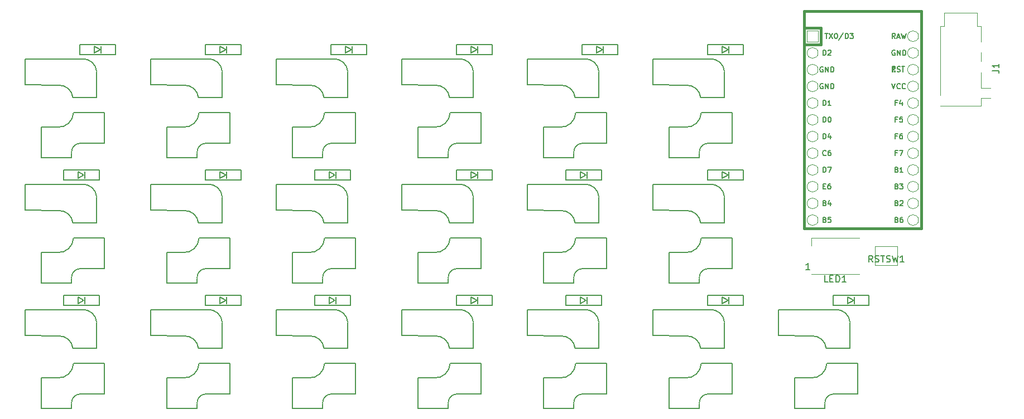
<source format=gbr>
G04 #@! TF.GenerationSoftware,KiCad,Pcbnew,(5.1.7)-1*
G04 #@! TF.CreationDate,2020-12-07T09:59:57+09:00*
G04 #@! TF.ProjectId,pisces,70697363-6573-42e6-9b69-6361645f7063,rev?*
G04 #@! TF.SameCoordinates,Original*
G04 #@! TF.FileFunction,Legend,Top*
G04 #@! TF.FilePolarity,Positive*
%FSLAX46Y46*%
G04 Gerber Fmt 4.6, Leading zero omitted, Abs format (unit mm)*
G04 Created by KiCad (PCBNEW (5.1.7)-1) date 2020-12-07 09:59:57*
%MOMM*%
%LPD*%
G01*
G04 APERTURE LIST*
%ADD10C,0.120000*%
%ADD11C,0.150000*%
%ADD12C,0.381000*%
%ADD13C,0.100000*%
G04 APERTURE END LIST*
D10*
X190298000Y-47627000D02*
X191698000Y-47627000D01*
X190298000Y-49177000D02*
X191698000Y-49177000D01*
X184098000Y-48727000D02*
X184098000Y-38202000D01*
X190298000Y-49177000D02*
X190298000Y-50302000D01*
X190298000Y-45227000D02*
X190298000Y-47627000D01*
X190298000Y-42227000D02*
X190298000Y-43577000D01*
X190298000Y-38202000D02*
X190298000Y-40577000D01*
X184098000Y-50302000D02*
X190298000Y-50302000D01*
X190298000Y-38202000D02*
X189698000Y-38202000D01*
X184698000Y-38202000D02*
X184098000Y-38202000D01*
X189698000Y-36202000D02*
X184698000Y-36202000D01*
X189698000Y-38202000D02*
X189698000Y-36202000D01*
X184698000Y-38202000D02*
X184698000Y-36202000D01*
X171798000Y-75902000D02*
X164498000Y-75902000D01*
X171798000Y-70402000D02*
X164498000Y-70402000D01*
X164498000Y-70402000D02*
X164498000Y-71552000D01*
X174195000Y-71666000D02*
X174195000Y-74566000D01*
X174195000Y-74566000D02*
X177595000Y-74566000D01*
X177595000Y-74566000D02*
X177595000Y-71666000D01*
X177595000Y-71666000D02*
X174195000Y-71666000D01*
D11*
X58961000Y-41033000D02*
X53561000Y-41033000D01*
X53561000Y-42533000D02*
X58961000Y-42533000D01*
X58961000Y-42533000D02*
X58961000Y-41033000D01*
X53561000Y-42533000D02*
X53561000Y-41033000D01*
X55761000Y-42283000D02*
X55761000Y-41283000D01*
X55761000Y-41283000D02*
X56661000Y-41783000D01*
X56661000Y-41783000D02*
X55761000Y-42283000D01*
X56761000Y-42283000D02*
X56761000Y-41283000D01*
X56461000Y-60083000D02*
X51061000Y-60083000D01*
X51061000Y-61583000D02*
X56461000Y-61583000D01*
X56461000Y-61583000D02*
X56461000Y-60083000D01*
X51061000Y-61583000D02*
X51061000Y-60083000D01*
X53261000Y-61333000D02*
X53261000Y-60333000D01*
X53261000Y-60333000D02*
X54161000Y-60833000D01*
X54161000Y-60833000D02*
X53261000Y-61333000D01*
X54261000Y-61333000D02*
X54261000Y-60333000D01*
X54261000Y-80383000D02*
X54261000Y-79383000D01*
X54161000Y-79883000D02*
X53261000Y-80383000D01*
X53261000Y-79383000D02*
X54161000Y-79883000D01*
X53261000Y-80383000D02*
X53261000Y-79383000D01*
X51061000Y-80633000D02*
X51061000Y-79133000D01*
X56461000Y-80633000D02*
X56461000Y-79133000D01*
X51061000Y-80633000D02*
X56461000Y-80633000D01*
X56461000Y-79133000D02*
X51061000Y-79133000D01*
X75811000Y-42283000D02*
X75811000Y-41283000D01*
X75711000Y-41783000D02*
X74811000Y-42283000D01*
X74811000Y-41283000D02*
X75711000Y-41783000D01*
X74811000Y-42283000D02*
X74811000Y-41283000D01*
X72611000Y-42533000D02*
X72611000Y-41033000D01*
X78011000Y-42533000D02*
X78011000Y-41033000D01*
X72611000Y-42533000D02*
X78011000Y-42533000D01*
X78011000Y-41033000D02*
X72611000Y-41033000D01*
X78011000Y-60083000D02*
X72611000Y-60083000D01*
X72611000Y-61583000D02*
X78011000Y-61583000D01*
X78011000Y-61583000D02*
X78011000Y-60083000D01*
X72611000Y-61583000D02*
X72611000Y-60083000D01*
X74811000Y-61333000D02*
X74811000Y-60333000D01*
X74811000Y-60333000D02*
X75711000Y-60833000D01*
X75711000Y-60833000D02*
X74811000Y-61333000D01*
X75811000Y-61333000D02*
X75811000Y-60333000D01*
X75811000Y-80383000D02*
X75811000Y-79383000D01*
X75711000Y-79883000D02*
X74811000Y-80383000D01*
X74811000Y-79383000D02*
X75711000Y-79883000D01*
X74811000Y-80383000D02*
X74811000Y-79383000D01*
X72611000Y-80633000D02*
X72611000Y-79133000D01*
X78011000Y-80633000D02*
X78011000Y-79133000D01*
X72611000Y-80633000D02*
X78011000Y-80633000D01*
X78011000Y-79133000D02*
X72611000Y-79133000D01*
X97060999Y-41033000D02*
X91660999Y-41033000D01*
X91660999Y-42533000D02*
X97060999Y-42533000D01*
X97060999Y-42533000D02*
X97060999Y-41033000D01*
X91660999Y-42533000D02*
X91660999Y-41033000D01*
X93860999Y-42283000D02*
X93860999Y-41283000D01*
X93860999Y-41283000D02*
X94760999Y-41783000D01*
X94760999Y-41783000D02*
X93860999Y-42283000D01*
X94860999Y-42283000D02*
X94860999Y-41283000D01*
X94560999Y-60083000D02*
X89160999Y-60083000D01*
X89160999Y-61583000D02*
X94560999Y-61583000D01*
X94560999Y-61583000D02*
X94560999Y-60083000D01*
X89160999Y-61583000D02*
X89160999Y-60083000D01*
X91360999Y-61333000D02*
X91360999Y-60333000D01*
X91360999Y-60333000D02*
X92260999Y-60833000D01*
X92260999Y-60833000D02*
X91360999Y-61333000D01*
X92360999Y-61333000D02*
X92360999Y-60333000D01*
X92360999Y-80383000D02*
X92360999Y-79383000D01*
X92260999Y-79883000D02*
X91360999Y-80383000D01*
X91360999Y-79383000D02*
X92260999Y-79883000D01*
X91360999Y-80383000D02*
X91360999Y-79383000D01*
X89160999Y-80633000D02*
X89160999Y-79133000D01*
X94560999Y-80633000D02*
X94560999Y-79133000D01*
X89160999Y-80633000D02*
X94560999Y-80633000D01*
X94560999Y-79133000D02*
X89160999Y-79133000D01*
X113911000Y-42283000D02*
X113911000Y-41283000D01*
X113811000Y-41783000D02*
X112911000Y-42283000D01*
X112911000Y-41283000D02*
X113811000Y-41783000D01*
X112911000Y-42283000D02*
X112911000Y-41283000D01*
X110711000Y-42533000D02*
X110711000Y-41033000D01*
X116111000Y-42533000D02*
X116111000Y-41033000D01*
X110711000Y-42533000D02*
X116111000Y-42533000D01*
X116111000Y-41033000D02*
X110711000Y-41033000D01*
X116111000Y-60083000D02*
X110711000Y-60083000D01*
X110711000Y-61583000D02*
X116111000Y-61583000D01*
X116111000Y-61583000D02*
X116111000Y-60083000D01*
X110711000Y-61583000D02*
X110711000Y-60083000D01*
X112911000Y-61333000D02*
X112911000Y-60333000D01*
X112911000Y-60333000D02*
X113811000Y-60833000D01*
X113811000Y-60833000D02*
X112911000Y-61333000D01*
X113911000Y-61333000D02*
X113911000Y-60333000D01*
X116111000Y-79133000D02*
X110711000Y-79133000D01*
X110711000Y-80633000D02*
X116111000Y-80633000D01*
X116111000Y-80633000D02*
X116111000Y-79133000D01*
X110711000Y-80633000D02*
X110711000Y-79133000D01*
X112911000Y-80383000D02*
X112911000Y-79383000D01*
X112911000Y-79383000D02*
X113811000Y-79883000D01*
X113811000Y-79883000D02*
X112911000Y-80383000D01*
X113911000Y-80383000D02*
X113911000Y-79383000D01*
X132961000Y-42283000D02*
X132961000Y-41283000D01*
X132861000Y-41783000D02*
X131961000Y-42283000D01*
X131961000Y-41283000D02*
X132861000Y-41783000D01*
X131961000Y-42283000D02*
X131961000Y-41283000D01*
X129761000Y-42533000D02*
X129761000Y-41033000D01*
X135161000Y-42533000D02*
X135161000Y-41033000D01*
X129761000Y-42533000D02*
X135161000Y-42533000D01*
X135161000Y-41033000D02*
X129761000Y-41033000D01*
X132661000Y-60083000D02*
X127261000Y-60083000D01*
X127261000Y-61583000D02*
X132661000Y-61583000D01*
X132661000Y-61583000D02*
X132661000Y-60083000D01*
X127261000Y-61583000D02*
X127261000Y-60083000D01*
X129461000Y-61333000D02*
X129461000Y-60333000D01*
X129461000Y-60333000D02*
X130361000Y-60833000D01*
X130361000Y-60833000D02*
X129461000Y-61333000D01*
X130461000Y-61333000D02*
X130461000Y-60333000D01*
X130461000Y-80383000D02*
X130461000Y-79383000D01*
X130361000Y-79883000D02*
X129461000Y-80383000D01*
X129461000Y-79383000D02*
X130361000Y-79883000D01*
X129461000Y-80383000D02*
X129461000Y-79383000D01*
X127261000Y-80633000D02*
X127261000Y-79133000D01*
X132661000Y-80633000D02*
X132661000Y-79133000D01*
X127261000Y-80633000D02*
X132661000Y-80633000D01*
X132661000Y-79133000D02*
X127261000Y-79133000D01*
X152011000Y-42283000D02*
X152011000Y-41283000D01*
X151911000Y-41783000D02*
X151011000Y-42283000D01*
X151011000Y-41283000D02*
X151911000Y-41783000D01*
X151011000Y-42283000D02*
X151011000Y-41283000D01*
X148811000Y-42533000D02*
X148811000Y-41033000D01*
X154211000Y-42533000D02*
X154211000Y-41033000D01*
X148811000Y-42533000D02*
X154211000Y-42533000D01*
X154211000Y-41033000D02*
X148811000Y-41033000D01*
X154211000Y-60083000D02*
X148811000Y-60083000D01*
X148811000Y-61583000D02*
X154211000Y-61583000D01*
X154211000Y-61583000D02*
X154211000Y-60083000D01*
X148811000Y-61583000D02*
X148811000Y-60083000D01*
X151011000Y-61333000D02*
X151011000Y-60333000D01*
X151011000Y-60333000D02*
X151911000Y-60833000D01*
X151911000Y-60833000D02*
X151011000Y-61333000D01*
X152011000Y-61333000D02*
X152011000Y-60333000D01*
X152011000Y-80383000D02*
X152011000Y-79383000D01*
X151911000Y-79883000D02*
X151011000Y-80383000D01*
X151011000Y-79383000D02*
X151911000Y-79883000D01*
X151011000Y-80383000D02*
X151011000Y-79383000D01*
X148811000Y-80633000D02*
X148811000Y-79133000D01*
X154211000Y-80633000D02*
X154211000Y-79133000D01*
X148811000Y-80633000D02*
X154211000Y-80633000D01*
X154211000Y-79133000D02*
X148811000Y-79133000D01*
X171061000Y-80383000D02*
X171061000Y-79383000D01*
X170961000Y-79883000D02*
X170061000Y-80383000D01*
X170061000Y-79383000D02*
X170961000Y-79883000D01*
X170061000Y-80383000D02*
X170061000Y-79383000D01*
X167861000Y-80633000D02*
X167861000Y-79133000D01*
X173261000Y-80633000D02*
X173261000Y-79133000D01*
X167861000Y-80633000D02*
X173261000Y-80633000D01*
X173261000Y-79133000D02*
X167861000Y-79133000D01*
X52280000Y-57500000D02*
X52280000Y-58200000D01*
X57275000Y-51400000D02*
X57300000Y-56000000D01*
X47700000Y-53600000D02*
X47700000Y-58200000D01*
X53500000Y-56025000D02*
X57275000Y-56025000D01*
X52575000Y-51375000D02*
X57275000Y-51375000D01*
X47725000Y-53575000D02*
X50275000Y-53575000D01*
X47725000Y-58225000D02*
X52275000Y-58225000D01*
X45200000Y-47150000D02*
X50250000Y-47196000D01*
X45200000Y-47104000D02*
X45200000Y-43196000D01*
X45200000Y-43196000D02*
X53825000Y-43196000D01*
X56100000Y-45150000D02*
X56100000Y-49095000D01*
X56100000Y-49104000D02*
X52490000Y-49104000D01*
X52280000Y-57450000D02*
G75*
G02*
X53500000Y-56030000I1320000J100000D01*
G01*
X52570000Y-51400000D02*
G75*
G02*
X50200000Y-53570000I-2270000J100000D01*
G01*
X52485000Y-49080000D02*
G75*
G03*
X50225000Y-47200000I-2070000J-190000D01*
G01*
X56089000Y-45080000D02*
G75*
G03*
X53825000Y-43196000I-2074000J-190000D01*
G01*
X56100000Y-68154000D02*
X52490000Y-68154000D01*
X56100000Y-64200000D02*
X56100000Y-68145000D01*
X45200000Y-62246000D02*
X53825000Y-62246000D01*
X45200000Y-66154000D02*
X45200000Y-62246000D01*
X45200000Y-66200000D02*
X50250000Y-66246000D01*
X47725000Y-77275000D02*
X52275000Y-77275000D01*
X47725000Y-72625000D02*
X50275000Y-72625000D01*
X52575000Y-70425000D02*
X57275000Y-70425000D01*
X53500000Y-75075000D02*
X57275000Y-75075000D01*
X47700000Y-72650000D02*
X47700000Y-77250000D01*
X57275000Y-70450000D02*
X57300000Y-75050000D01*
X52280000Y-76550000D02*
X52280000Y-77250000D01*
X56089000Y-64130000D02*
G75*
G03*
X53825000Y-62246000I-2074000J-190000D01*
G01*
X52485000Y-68130000D02*
G75*
G03*
X50225000Y-66250000I-2070000J-190000D01*
G01*
X52570000Y-70450000D02*
G75*
G02*
X50200000Y-72620000I-2270000J100000D01*
G01*
X52280000Y-76500000D02*
G75*
G02*
X53500000Y-75080000I1320000J100000D01*
G01*
X52280000Y-95600000D02*
X52280000Y-96300000D01*
X57275000Y-89500000D02*
X57300000Y-94100000D01*
X47700000Y-91700000D02*
X47700000Y-96300000D01*
X53500000Y-94125000D02*
X57275000Y-94125000D01*
X52575000Y-89475000D02*
X57275000Y-89475000D01*
X47725000Y-91675000D02*
X50275000Y-91675000D01*
X47725000Y-96325000D02*
X52275000Y-96325000D01*
X45200000Y-85250000D02*
X50250000Y-85296000D01*
X45200000Y-85204000D02*
X45200000Y-81296000D01*
X45200000Y-81296000D02*
X53825000Y-81296000D01*
X56100000Y-83250000D02*
X56100000Y-87195000D01*
X56100000Y-87204000D02*
X52490000Y-87204000D01*
X52280000Y-95550000D02*
G75*
G02*
X53500000Y-94130000I1320000J100000D01*
G01*
X52570000Y-89500000D02*
G75*
G02*
X50200000Y-91670000I-2270000J100000D01*
G01*
X52485000Y-87180000D02*
G75*
G03*
X50225000Y-85300000I-2070000J-190000D01*
G01*
X56089000Y-83180000D02*
G75*
G03*
X53825000Y-81296000I-2074000J-190000D01*
G01*
X75150000Y-49104000D02*
X71540000Y-49104000D01*
X75150000Y-45150000D02*
X75150000Y-49095000D01*
X64250000Y-43196000D02*
X72875000Y-43196000D01*
X64250000Y-47104000D02*
X64250000Y-43196000D01*
X64250000Y-47150000D02*
X69300000Y-47196000D01*
X66775000Y-58225000D02*
X71325000Y-58225000D01*
X66775000Y-53575000D02*
X69325000Y-53575000D01*
X71625000Y-51375000D02*
X76325000Y-51375000D01*
X72550000Y-56025000D02*
X76325000Y-56025000D01*
X66750000Y-53600000D02*
X66750000Y-58200000D01*
X76325000Y-51400000D02*
X76350000Y-56000000D01*
X71330000Y-57500000D02*
X71330000Y-58200000D01*
X75139000Y-45080000D02*
G75*
G03*
X72875000Y-43196000I-2074000J-190000D01*
G01*
X71535000Y-49080000D02*
G75*
G03*
X69275000Y-47200000I-2070000J-190000D01*
G01*
X71620000Y-51400000D02*
G75*
G02*
X69250000Y-53570000I-2270000J100000D01*
G01*
X71330000Y-57450000D02*
G75*
G02*
X72550000Y-56030000I1320000J100000D01*
G01*
X71330000Y-76550000D02*
X71330000Y-77250000D01*
X76325000Y-70450000D02*
X76350000Y-75050000D01*
X66750000Y-72650000D02*
X66750000Y-77250000D01*
X72550000Y-75075000D02*
X76325000Y-75075000D01*
X71625000Y-70425000D02*
X76325000Y-70425000D01*
X66775000Y-72625000D02*
X69325000Y-72625000D01*
X66775000Y-77275000D02*
X71325000Y-77275000D01*
X64250000Y-66200000D02*
X69300000Y-66246000D01*
X64250000Y-66154000D02*
X64250000Y-62246000D01*
X64250000Y-62246000D02*
X72875000Y-62246000D01*
X75150000Y-64200000D02*
X75150000Y-68145000D01*
X75150000Y-68154000D02*
X71540000Y-68154000D01*
X71330000Y-76500000D02*
G75*
G02*
X72550000Y-75080000I1320000J100000D01*
G01*
X71620000Y-70450000D02*
G75*
G02*
X69250000Y-72620000I-2270000J100000D01*
G01*
X71535000Y-68130000D02*
G75*
G03*
X69275000Y-66250000I-2070000J-190000D01*
G01*
X75139000Y-64130000D02*
G75*
G03*
X72875000Y-62246000I-2074000J-190000D01*
G01*
X75150000Y-87204000D02*
X71540000Y-87204000D01*
X75150000Y-83250000D02*
X75150000Y-87195000D01*
X64250000Y-81296000D02*
X72875000Y-81296000D01*
X64250000Y-85204000D02*
X64250000Y-81296000D01*
X64250000Y-85250000D02*
X69300000Y-85296000D01*
X66775000Y-96325000D02*
X71325000Y-96325000D01*
X66775000Y-91675000D02*
X69325000Y-91675000D01*
X71625000Y-89475000D02*
X76325000Y-89475000D01*
X72550000Y-94125000D02*
X76325000Y-94125000D01*
X66750000Y-91700000D02*
X66750000Y-96300000D01*
X76325000Y-89500000D02*
X76350000Y-94100000D01*
X71330000Y-95600000D02*
X71330000Y-96300000D01*
X75139000Y-83180000D02*
G75*
G03*
X72875000Y-81296000I-2074000J-190000D01*
G01*
X71535000Y-87180000D02*
G75*
G03*
X69275000Y-85300000I-2070000J-190000D01*
G01*
X71620000Y-89500000D02*
G75*
G02*
X69250000Y-91670000I-2270000J100000D01*
G01*
X71330000Y-95550000D02*
G75*
G02*
X72550000Y-94130000I1320000J100000D01*
G01*
X90380000Y-57500000D02*
X90380000Y-58200000D01*
X95375000Y-51400000D02*
X95400000Y-56000000D01*
X85800000Y-53600000D02*
X85800000Y-58200000D01*
X91600000Y-56025000D02*
X95375000Y-56025000D01*
X90675000Y-51375000D02*
X95375000Y-51375000D01*
X85825000Y-53575000D02*
X88375000Y-53575000D01*
X85825000Y-58225000D02*
X90375000Y-58225000D01*
X83300000Y-47150000D02*
X88350000Y-47196000D01*
X83300000Y-47104000D02*
X83300000Y-43196000D01*
X83300000Y-43196000D02*
X91925000Y-43196000D01*
X94200000Y-45150000D02*
X94200000Y-49095000D01*
X94200000Y-49104000D02*
X90590000Y-49104000D01*
X90380000Y-57450000D02*
G75*
G02*
X91600000Y-56030000I1320000J100000D01*
G01*
X90670000Y-51400000D02*
G75*
G02*
X88300000Y-53570000I-2270000J100000D01*
G01*
X90585000Y-49080000D02*
G75*
G03*
X88325000Y-47200000I-2070000J-190000D01*
G01*
X94189000Y-45080000D02*
G75*
G03*
X91925000Y-43196000I-2074000J-190000D01*
G01*
X94200000Y-68154000D02*
X90590000Y-68154000D01*
X94200000Y-64200000D02*
X94200000Y-68145000D01*
X83300000Y-62246000D02*
X91925000Y-62246000D01*
X83300000Y-66154000D02*
X83300000Y-62246000D01*
X83300000Y-66200000D02*
X88350000Y-66246000D01*
X85825000Y-77275000D02*
X90375000Y-77275000D01*
X85825000Y-72625000D02*
X88375000Y-72625000D01*
X90675000Y-70425000D02*
X95375000Y-70425000D01*
X91600000Y-75075000D02*
X95375000Y-75075000D01*
X85800000Y-72650000D02*
X85800000Y-77250000D01*
X95375000Y-70450000D02*
X95400000Y-75050000D01*
X90380000Y-76550000D02*
X90380000Y-77250000D01*
X94189000Y-64130000D02*
G75*
G03*
X91925000Y-62246000I-2074000J-190000D01*
G01*
X90585000Y-68130000D02*
G75*
G03*
X88325000Y-66250000I-2070000J-190000D01*
G01*
X90670000Y-70450000D02*
G75*
G02*
X88300000Y-72620000I-2270000J100000D01*
G01*
X90380000Y-76500000D02*
G75*
G02*
X91600000Y-75080000I1320000J100000D01*
G01*
X90380000Y-95600000D02*
X90380000Y-96300000D01*
X95375000Y-89500000D02*
X95400000Y-94100000D01*
X85800000Y-91700000D02*
X85800000Y-96300000D01*
X91600000Y-94125000D02*
X95375000Y-94125000D01*
X90675000Y-89475000D02*
X95375000Y-89475000D01*
X85825000Y-91675000D02*
X88375000Y-91675000D01*
X85825000Y-96325000D02*
X90375000Y-96325000D01*
X83300000Y-85250000D02*
X88350000Y-85296000D01*
X83300000Y-85204000D02*
X83300000Y-81296000D01*
X83300000Y-81296000D02*
X91925000Y-81296000D01*
X94200000Y-83250000D02*
X94200000Y-87195000D01*
X94200000Y-87204000D02*
X90590000Y-87204000D01*
X90380000Y-95550000D02*
G75*
G02*
X91600000Y-94130000I1320000J100000D01*
G01*
X90670000Y-89500000D02*
G75*
G02*
X88300000Y-91670000I-2270000J100000D01*
G01*
X90585000Y-87180000D02*
G75*
G03*
X88325000Y-85300000I-2070000J-190000D01*
G01*
X94189000Y-83180000D02*
G75*
G03*
X91925000Y-81296000I-2074000J-190000D01*
G01*
X113250000Y-49104000D02*
X109640000Y-49104000D01*
X113250000Y-45150000D02*
X113250000Y-49095000D01*
X102350000Y-43196000D02*
X110975000Y-43196000D01*
X102350000Y-47104000D02*
X102350000Y-43196000D01*
X102350000Y-47150000D02*
X107400000Y-47196000D01*
X104875000Y-58225000D02*
X109425000Y-58225000D01*
X104875000Y-53575000D02*
X107425000Y-53575000D01*
X109725000Y-51375000D02*
X114425000Y-51375000D01*
X110650000Y-56025000D02*
X114425000Y-56025000D01*
X104850000Y-53600000D02*
X104850000Y-58200000D01*
X114425000Y-51400000D02*
X114450000Y-56000000D01*
X109430000Y-57500000D02*
X109430000Y-58200000D01*
X113239000Y-45080000D02*
G75*
G03*
X110975000Y-43196000I-2074000J-190000D01*
G01*
X109635000Y-49080000D02*
G75*
G03*
X107375000Y-47200000I-2070000J-190000D01*
G01*
X109720000Y-51400000D02*
G75*
G02*
X107350000Y-53570000I-2270000J100000D01*
G01*
X109430000Y-57450000D02*
G75*
G02*
X110650000Y-56030000I1320000J100000D01*
G01*
X113250000Y-68154000D02*
X109640000Y-68154000D01*
X113250000Y-64200000D02*
X113250000Y-68145000D01*
X102350000Y-62246000D02*
X110975000Y-62246000D01*
X102350000Y-66154000D02*
X102350000Y-62246000D01*
X102350000Y-66200000D02*
X107400000Y-66246000D01*
X104875000Y-77275000D02*
X109425000Y-77275000D01*
X104875000Y-72625000D02*
X107425000Y-72625000D01*
X109725000Y-70425000D02*
X114425000Y-70425000D01*
X110650000Y-75075000D02*
X114425000Y-75075000D01*
X104850000Y-72650000D02*
X104850000Y-77250000D01*
X114425000Y-70450000D02*
X114450000Y-75050000D01*
X109430000Y-76550000D02*
X109430000Y-77250000D01*
X113239000Y-64130000D02*
G75*
G03*
X110975000Y-62246000I-2074000J-190000D01*
G01*
X109635000Y-68130000D02*
G75*
G03*
X107375000Y-66250000I-2070000J-190000D01*
G01*
X109720000Y-70450000D02*
G75*
G02*
X107350000Y-72620000I-2270000J100000D01*
G01*
X109430000Y-76500000D02*
G75*
G02*
X110650000Y-75080000I1320000J100000D01*
G01*
X109430000Y-95600000D02*
X109430000Y-96300000D01*
X114425000Y-89500000D02*
X114450000Y-94100000D01*
X104850000Y-91700000D02*
X104850000Y-96300000D01*
X110650000Y-94125000D02*
X114425000Y-94125000D01*
X109725000Y-89475000D02*
X114425000Y-89475000D01*
X104875000Y-91675000D02*
X107425000Y-91675000D01*
X104875000Y-96325000D02*
X109425000Y-96325000D01*
X102350000Y-85250000D02*
X107400000Y-85296000D01*
X102350000Y-85204000D02*
X102350000Y-81296000D01*
X102350000Y-81296000D02*
X110975000Y-81296000D01*
X113250000Y-83250000D02*
X113250000Y-87195000D01*
X113250000Y-87204000D02*
X109640000Y-87204000D01*
X109430000Y-95550000D02*
G75*
G02*
X110650000Y-94130000I1320000J100000D01*
G01*
X109720000Y-89500000D02*
G75*
G02*
X107350000Y-91670000I-2270000J100000D01*
G01*
X109635000Y-87180000D02*
G75*
G03*
X107375000Y-85300000I-2070000J-190000D01*
G01*
X113239000Y-83180000D02*
G75*
G03*
X110975000Y-81296000I-2074000J-190000D01*
G01*
X132300000Y-49104000D02*
X128690000Y-49104000D01*
X132300000Y-45150000D02*
X132300000Y-49095000D01*
X121400000Y-43196000D02*
X130025000Y-43196000D01*
X121400000Y-47104000D02*
X121400000Y-43196000D01*
X121400000Y-47150000D02*
X126450000Y-47196000D01*
X123925000Y-58225000D02*
X128475000Y-58225000D01*
X123925000Y-53575000D02*
X126475000Y-53575000D01*
X128775000Y-51375000D02*
X133475000Y-51375000D01*
X129700000Y-56025000D02*
X133475000Y-56025000D01*
X123900000Y-53600000D02*
X123900000Y-58200000D01*
X133475000Y-51400000D02*
X133500000Y-56000000D01*
X128480000Y-57500000D02*
X128480000Y-58200000D01*
X132289000Y-45080000D02*
G75*
G03*
X130025000Y-43196000I-2074000J-190000D01*
G01*
X128685000Y-49080000D02*
G75*
G03*
X126425000Y-47200000I-2070000J-190000D01*
G01*
X128770000Y-51400000D02*
G75*
G02*
X126400000Y-53570000I-2270000J100000D01*
G01*
X128480000Y-57450000D02*
G75*
G02*
X129700000Y-56030000I1320000J100000D01*
G01*
X132300000Y-68154000D02*
X128690000Y-68154000D01*
X132300000Y-64200000D02*
X132300000Y-68145000D01*
X121400000Y-62246000D02*
X130025000Y-62246000D01*
X121400000Y-66154000D02*
X121400000Y-62246000D01*
X121400000Y-66200000D02*
X126450000Y-66246000D01*
X123925000Y-77275000D02*
X128475000Y-77275000D01*
X123925000Y-72625000D02*
X126475000Y-72625000D01*
X128775000Y-70425000D02*
X133475000Y-70425000D01*
X129700000Y-75075000D02*
X133475000Y-75075000D01*
X123900000Y-72650000D02*
X123900000Y-77250000D01*
X133475000Y-70450000D02*
X133500000Y-75050000D01*
X128480000Y-76550000D02*
X128480000Y-77250000D01*
X132289000Y-64130000D02*
G75*
G03*
X130025000Y-62246000I-2074000J-190000D01*
G01*
X128685000Y-68130000D02*
G75*
G03*
X126425000Y-66250000I-2070000J-190000D01*
G01*
X128770000Y-70450000D02*
G75*
G02*
X126400000Y-72620000I-2270000J100000D01*
G01*
X128480000Y-76500000D02*
G75*
G02*
X129700000Y-75080000I1320000J100000D01*
G01*
X132300000Y-87204000D02*
X128690000Y-87204000D01*
X132300000Y-83250000D02*
X132300000Y-87195000D01*
X121400000Y-81296000D02*
X130025000Y-81296000D01*
X121400000Y-85204000D02*
X121400000Y-81296000D01*
X121400000Y-85250000D02*
X126450000Y-85296000D01*
X123925000Y-96325000D02*
X128475000Y-96325000D01*
X123925000Y-91675000D02*
X126475000Y-91675000D01*
X128775000Y-89475000D02*
X133475000Y-89475000D01*
X129700000Y-94125000D02*
X133475000Y-94125000D01*
X123900000Y-91700000D02*
X123900000Y-96300000D01*
X133475000Y-89500000D02*
X133500000Y-94100000D01*
X128480000Y-95600000D02*
X128480000Y-96300000D01*
X132289000Y-83180000D02*
G75*
G03*
X130025000Y-81296000I-2074000J-190000D01*
G01*
X128685000Y-87180000D02*
G75*
G03*
X126425000Y-85300000I-2070000J-190000D01*
G01*
X128770000Y-89500000D02*
G75*
G02*
X126400000Y-91670000I-2270000J100000D01*
G01*
X128480000Y-95550000D02*
G75*
G02*
X129700000Y-94130000I1320000J100000D01*
G01*
X147530000Y-57500000D02*
X147530000Y-58200000D01*
X152525000Y-51400000D02*
X152550000Y-56000000D01*
X142950000Y-53600000D02*
X142950000Y-58200000D01*
X148750000Y-56025000D02*
X152525000Y-56025000D01*
X147825000Y-51375000D02*
X152525000Y-51375000D01*
X142975000Y-53575000D02*
X145525000Y-53575000D01*
X142975000Y-58225000D02*
X147525000Y-58225000D01*
X140450000Y-47150000D02*
X145500000Y-47196000D01*
X140450000Y-47104000D02*
X140450000Y-43196000D01*
X140450000Y-43196000D02*
X149075000Y-43196000D01*
X151350000Y-45150000D02*
X151350000Y-49095000D01*
X151350000Y-49104000D02*
X147740000Y-49104000D01*
X147530000Y-57450000D02*
G75*
G02*
X148750000Y-56030000I1320000J100000D01*
G01*
X147820000Y-51400000D02*
G75*
G02*
X145450000Y-53570000I-2270000J100000D01*
G01*
X147735000Y-49080000D02*
G75*
G03*
X145475000Y-47200000I-2070000J-190000D01*
G01*
X151339000Y-45080000D02*
G75*
G03*
X149075000Y-43196000I-2074000J-190000D01*
G01*
X147530000Y-76550000D02*
X147530000Y-77250000D01*
X152525000Y-70450000D02*
X152550000Y-75050000D01*
X142950000Y-72650000D02*
X142950000Y-77250000D01*
X148750000Y-75075000D02*
X152525000Y-75075000D01*
X147825000Y-70425000D02*
X152525000Y-70425000D01*
X142975000Y-72625000D02*
X145525000Y-72625000D01*
X142975000Y-77275000D02*
X147525000Y-77275000D01*
X140450000Y-66200000D02*
X145500000Y-66246000D01*
X140450000Y-66154000D02*
X140450000Y-62246000D01*
X140450000Y-62246000D02*
X149075000Y-62246000D01*
X151350000Y-64200000D02*
X151350000Y-68145000D01*
X151350000Y-68154000D02*
X147740000Y-68154000D01*
X147530000Y-76500000D02*
G75*
G02*
X148750000Y-75080000I1320000J100000D01*
G01*
X147820000Y-70450000D02*
G75*
G02*
X145450000Y-72620000I-2270000J100000D01*
G01*
X147735000Y-68130000D02*
G75*
G03*
X145475000Y-66250000I-2070000J-190000D01*
G01*
X151339000Y-64130000D02*
G75*
G03*
X149075000Y-62246000I-2074000J-190000D01*
G01*
X147530000Y-95600000D02*
X147530000Y-96300000D01*
X152525000Y-89500000D02*
X152550000Y-94100000D01*
X142950000Y-91700000D02*
X142950000Y-96300000D01*
X148750000Y-94125000D02*
X152525000Y-94125000D01*
X147825000Y-89475000D02*
X152525000Y-89475000D01*
X142975000Y-91675000D02*
X145525000Y-91675000D01*
X142975000Y-96325000D02*
X147525000Y-96325000D01*
X140450000Y-85250000D02*
X145500000Y-85296000D01*
X140450000Y-85204000D02*
X140450000Y-81296000D01*
X140450000Y-81296000D02*
X149075000Y-81296000D01*
X151350000Y-83250000D02*
X151350000Y-87195000D01*
X151350000Y-87204000D02*
X147740000Y-87204000D01*
X147530000Y-95550000D02*
G75*
G02*
X148750000Y-94130000I1320000J100000D01*
G01*
X147820000Y-89500000D02*
G75*
G02*
X145450000Y-91670000I-2270000J100000D01*
G01*
X147735000Y-87180000D02*
G75*
G03*
X145475000Y-85300000I-2070000J-190000D01*
G01*
X151339000Y-83180000D02*
G75*
G03*
X149075000Y-81296000I-2074000J-190000D01*
G01*
X166580000Y-95600000D02*
X166580000Y-96300000D01*
X171575000Y-89500000D02*
X171600000Y-94100000D01*
X162000000Y-91700000D02*
X162000000Y-96300000D01*
X167800000Y-94125000D02*
X171575000Y-94125000D01*
X166875000Y-89475000D02*
X171575000Y-89475000D01*
X162025000Y-91675000D02*
X164575000Y-91675000D01*
X162025000Y-96325000D02*
X166575000Y-96325000D01*
X159500000Y-85250000D02*
X164550000Y-85296000D01*
X159500000Y-85204000D02*
X159500000Y-81296000D01*
X159500000Y-81296000D02*
X168125000Y-81296000D01*
X170400000Y-83250000D02*
X170400000Y-87195000D01*
X170400000Y-87204000D02*
X166790000Y-87204000D01*
X166580000Y-95550000D02*
G75*
G02*
X167800000Y-94130000I1320000J100000D01*
G01*
X166870000Y-89500000D02*
G75*
G02*
X164500000Y-91670000I-2270000J100000D01*
G01*
X166785000Y-87180000D02*
G75*
G03*
X164525000Y-85300000I-2070000J-190000D01*
G01*
X170389000Y-83180000D02*
G75*
G03*
X168125000Y-81296000I-2074000J-190000D01*
G01*
D12*
X163449000Y-38481000D02*
X163449000Y-68961000D01*
X163449000Y-68961000D02*
X181229000Y-68961000D01*
X181229000Y-68961000D02*
X181229000Y-38481000D01*
X165989000Y-38481000D02*
X165989000Y-41021000D01*
X165989000Y-41021000D02*
X163449000Y-41021000D01*
D11*
G36*
X177270568Y-44360360D02*
G01*
X177270568Y-44660360D01*
X177170568Y-44660360D01*
X177170568Y-44360360D01*
X177270568Y-44360360D01*
G37*
X177270568Y-44360360D02*
X177270568Y-44660360D01*
X177170568Y-44660360D01*
X177170568Y-44360360D01*
X177270568Y-44360360D01*
G36*
X177070568Y-44760360D02*
G01*
X177070568Y-44860360D01*
X176970568Y-44860360D01*
X176970568Y-44760360D01*
X177070568Y-44760360D01*
G37*
X177070568Y-44760360D02*
X177070568Y-44860360D01*
X176970568Y-44860360D01*
X176970568Y-44760360D01*
X177070568Y-44760360D01*
G36*
X177270568Y-44360360D02*
G01*
X177270568Y-44460360D01*
X176770568Y-44460360D01*
X176770568Y-44360360D01*
X177270568Y-44360360D01*
G37*
X177270568Y-44360360D02*
X177270568Y-44460360D01*
X176770568Y-44460360D01*
X176770568Y-44360360D01*
X177270568Y-44360360D01*
G36*
X176870568Y-44360360D02*
G01*
X176870568Y-45160360D01*
X176770568Y-45160360D01*
X176770568Y-44360360D01*
X176870568Y-44360360D01*
G37*
X176870568Y-44360360D02*
X176870568Y-45160360D01*
X176770568Y-45160360D01*
X176770568Y-44360360D01*
X176870568Y-44360360D01*
G36*
X177270568Y-44960360D02*
G01*
X177270568Y-45160360D01*
X177170568Y-45160360D01*
X177170568Y-44960360D01*
X177270568Y-44960360D01*
G37*
X177270568Y-44960360D02*
X177270568Y-45160360D01*
X177170568Y-45160360D01*
X177170568Y-44960360D01*
X177270568Y-44960360D01*
D12*
X181229000Y-38481000D02*
X181229000Y-35941000D01*
X181229000Y-35941000D02*
X163449000Y-35941000D01*
X163449000Y-35941000D02*
X163449000Y-38481000D01*
X165989000Y-38481000D02*
X163449000Y-38481000D01*
D13*
X163892700Y-38924700D02*
X163892700Y-40577300D01*
X165545300Y-40577300D01*
X165545300Y-38924700D01*
X163892700Y-38924700D01*
X165545300Y-42291000D02*
G75*
G03*
X165545300Y-42291000I-826300J0D01*
G01*
X165545300Y-44831000D02*
G75*
G03*
X165545300Y-44831000I-826300J0D01*
G01*
X165545300Y-47371000D02*
G75*
G03*
X165545300Y-47371000I-826300J0D01*
G01*
X165545300Y-49911000D02*
G75*
G03*
X165545300Y-49911000I-826300J0D01*
G01*
X165545300Y-52451000D02*
G75*
G03*
X165545300Y-52451000I-826300J0D01*
G01*
X165545300Y-54991000D02*
G75*
G03*
X165545300Y-54991000I-826300J0D01*
G01*
X165545300Y-57531000D02*
G75*
G03*
X165545300Y-57531000I-826300J0D01*
G01*
X165545300Y-60071000D02*
G75*
G03*
X165545300Y-60071000I-826300J0D01*
G01*
X165545300Y-62611000D02*
G75*
G03*
X165545300Y-62611000I-826300J0D01*
G01*
X165545300Y-65151000D02*
G75*
G03*
X165545300Y-65151000I-826300J0D01*
G01*
X180785300Y-67691000D02*
G75*
G03*
X180785300Y-67691000I-826300J0D01*
G01*
X180785300Y-65151000D02*
G75*
G03*
X180785300Y-65151000I-826300J0D01*
G01*
X180785300Y-62611000D02*
G75*
G03*
X180785300Y-62611000I-826300J0D01*
G01*
X180785300Y-60071000D02*
G75*
G03*
X180785300Y-60071000I-826300J0D01*
G01*
X180785300Y-57531000D02*
G75*
G03*
X180785300Y-57531000I-826300J0D01*
G01*
X180785300Y-54991000D02*
G75*
G03*
X180785300Y-54991000I-826300J0D01*
G01*
X180785300Y-52451000D02*
G75*
G03*
X180785300Y-52451000I-826300J0D01*
G01*
X180785300Y-49911000D02*
G75*
G03*
X180785300Y-49911000I-826300J0D01*
G01*
X180785300Y-47371000D02*
G75*
G03*
X180785300Y-47371000I-826300J0D01*
G01*
X180785300Y-44831000D02*
G75*
G03*
X180785300Y-44831000I-826300J0D01*
G01*
X180785300Y-42291000D02*
G75*
G03*
X180785300Y-42291000I-826300J0D01*
G01*
X165545300Y-67691000D02*
G75*
G03*
X165545300Y-67691000I-826300J0D01*
G01*
X180785300Y-39751000D02*
G75*
G03*
X180785300Y-39751000I-826300J0D01*
G01*
D11*
X192000380Y-44960333D02*
X192714666Y-44960333D01*
X192857523Y-45007952D01*
X192952761Y-45103190D01*
X193000380Y-45246047D01*
X193000380Y-45341285D01*
X193000380Y-43960333D02*
X193000380Y-44531761D01*
X193000380Y-44246047D02*
X192000380Y-44246047D01*
X192143238Y-44341285D01*
X192238476Y-44436523D01*
X192286095Y-44531761D01*
X167028952Y-77104380D02*
X166552761Y-77104380D01*
X166552761Y-76104380D01*
X167362285Y-76580571D02*
X167695619Y-76580571D01*
X167838476Y-77104380D02*
X167362285Y-77104380D01*
X167362285Y-76104380D01*
X167838476Y-76104380D01*
X168267047Y-77104380D02*
X168267047Y-76104380D01*
X168505142Y-76104380D01*
X168648000Y-76152000D01*
X168743238Y-76247238D01*
X168790857Y-76342476D01*
X168838476Y-76532952D01*
X168838476Y-76675809D01*
X168790857Y-76866285D01*
X168743238Y-76961523D01*
X168648000Y-77056761D01*
X168505142Y-77104380D01*
X168267047Y-77104380D01*
X169790857Y-77104380D02*
X169219428Y-77104380D01*
X169505142Y-77104380D02*
X169505142Y-76104380D01*
X169409904Y-76247238D01*
X169314666Y-76342476D01*
X169219428Y-76390095D01*
X164283714Y-75204380D02*
X163712285Y-75204380D01*
X163998000Y-75204380D02*
X163998000Y-74204380D01*
X163902761Y-74347238D01*
X163807523Y-74442476D01*
X163712285Y-74490095D01*
X173823571Y-74068380D02*
X173490238Y-73592190D01*
X173252142Y-74068380D02*
X173252142Y-73068380D01*
X173633095Y-73068380D01*
X173728333Y-73116000D01*
X173775952Y-73163619D01*
X173823571Y-73258857D01*
X173823571Y-73401714D01*
X173775952Y-73496952D01*
X173728333Y-73544571D01*
X173633095Y-73592190D01*
X173252142Y-73592190D01*
X174204523Y-74020761D02*
X174347380Y-74068380D01*
X174585476Y-74068380D01*
X174680714Y-74020761D01*
X174728333Y-73973142D01*
X174775952Y-73877904D01*
X174775952Y-73782666D01*
X174728333Y-73687428D01*
X174680714Y-73639809D01*
X174585476Y-73592190D01*
X174395000Y-73544571D01*
X174299761Y-73496952D01*
X174252142Y-73449333D01*
X174204523Y-73354095D01*
X174204523Y-73258857D01*
X174252142Y-73163619D01*
X174299761Y-73116000D01*
X174395000Y-73068380D01*
X174633095Y-73068380D01*
X174775952Y-73116000D01*
X175061666Y-73068380D02*
X175633095Y-73068380D01*
X175347380Y-74068380D02*
X175347380Y-73068380D01*
X175918809Y-74020761D02*
X176061666Y-74068380D01*
X176299761Y-74068380D01*
X176395000Y-74020761D01*
X176442619Y-73973142D01*
X176490238Y-73877904D01*
X176490238Y-73782666D01*
X176442619Y-73687428D01*
X176395000Y-73639809D01*
X176299761Y-73592190D01*
X176109285Y-73544571D01*
X176014047Y-73496952D01*
X175966428Y-73449333D01*
X175918809Y-73354095D01*
X175918809Y-73258857D01*
X175966428Y-73163619D01*
X176014047Y-73116000D01*
X176109285Y-73068380D01*
X176347380Y-73068380D01*
X176490238Y-73116000D01*
X176823571Y-73068380D02*
X177061666Y-74068380D01*
X177252142Y-73354095D01*
X177442619Y-74068380D01*
X177680714Y-73068380D01*
X178585476Y-74068380D02*
X178014047Y-74068380D01*
X178299761Y-74068380D02*
X178299761Y-73068380D01*
X178204523Y-73211238D01*
X178109285Y-73306476D01*
X178014047Y-73354095D01*
X177476190Y-65093857D02*
X177590476Y-65131952D01*
X177628571Y-65170047D01*
X177666666Y-65246238D01*
X177666666Y-65360523D01*
X177628571Y-65436714D01*
X177590476Y-65474809D01*
X177514285Y-65512904D01*
X177209523Y-65512904D01*
X177209523Y-64712904D01*
X177476190Y-64712904D01*
X177552380Y-64751000D01*
X177590476Y-64789095D01*
X177628571Y-64865285D01*
X177628571Y-64941476D01*
X177590476Y-65017666D01*
X177552380Y-65055761D01*
X177476190Y-65093857D01*
X177209523Y-65093857D01*
X177971428Y-64789095D02*
X178009523Y-64751000D01*
X178085714Y-64712904D01*
X178276190Y-64712904D01*
X178352380Y-64751000D01*
X178390476Y-64789095D01*
X178428571Y-64865285D01*
X178428571Y-64941476D01*
X178390476Y-65055761D01*
X177933333Y-65512904D01*
X178428571Y-65512904D01*
X177533333Y-57473857D02*
X177266666Y-57473857D01*
X177266666Y-57892904D02*
X177266666Y-57092904D01*
X177647619Y-57092904D01*
X177876190Y-57092904D02*
X178409523Y-57092904D01*
X178066666Y-57892904D01*
X177533333Y-54933857D02*
X177266666Y-54933857D01*
X177266666Y-55352904D02*
X177266666Y-54552904D01*
X177647619Y-54552904D01*
X178295238Y-54552904D02*
X178142857Y-54552904D01*
X178066666Y-54591000D01*
X178028571Y-54629095D01*
X177952380Y-54743380D01*
X177914285Y-54895761D01*
X177914285Y-55200523D01*
X177952380Y-55276714D01*
X177990476Y-55314809D01*
X178066666Y-55352904D01*
X178219047Y-55352904D01*
X178295238Y-55314809D01*
X178333333Y-55276714D01*
X178371428Y-55200523D01*
X178371428Y-55010047D01*
X178333333Y-54933857D01*
X178295238Y-54895761D01*
X178219047Y-54857666D01*
X178066666Y-54857666D01*
X177990476Y-54895761D01*
X177952380Y-54933857D01*
X177914285Y-55010047D01*
X177533333Y-52393857D02*
X177266666Y-52393857D01*
X177266666Y-52812904D02*
X177266666Y-52012904D01*
X177647619Y-52012904D01*
X178333333Y-52012904D02*
X177952380Y-52012904D01*
X177914285Y-52393857D01*
X177952380Y-52355761D01*
X178028571Y-52317666D01*
X178219047Y-52317666D01*
X178295238Y-52355761D01*
X178333333Y-52393857D01*
X178371428Y-52470047D01*
X178371428Y-52660523D01*
X178333333Y-52736714D01*
X178295238Y-52774809D01*
X178219047Y-52812904D01*
X178028571Y-52812904D01*
X177952380Y-52774809D01*
X177914285Y-52736714D01*
X177247619Y-40112904D02*
X176980952Y-39731952D01*
X176790476Y-40112904D02*
X176790476Y-39312904D01*
X177095238Y-39312904D01*
X177171428Y-39351000D01*
X177209523Y-39389095D01*
X177247619Y-39465285D01*
X177247619Y-39579571D01*
X177209523Y-39655761D01*
X177171428Y-39693857D01*
X177095238Y-39731952D01*
X176790476Y-39731952D01*
X177552380Y-39884333D02*
X177933333Y-39884333D01*
X177476190Y-40112904D02*
X177742857Y-39312904D01*
X178009523Y-40112904D01*
X178200000Y-39312904D02*
X178390476Y-40112904D01*
X178542857Y-39541476D01*
X178695238Y-40112904D01*
X178885714Y-39312904D01*
X177190476Y-41891000D02*
X177114285Y-41852904D01*
X177000000Y-41852904D01*
X176885714Y-41891000D01*
X176809523Y-41967190D01*
X176771428Y-42043380D01*
X176733333Y-42195761D01*
X176733333Y-42310047D01*
X176771428Y-42462428D01*
X176809523Y-42538619D01*
X176885714Y-42614809D01*
X177000000Y-42652904D01*
X177076190Y-42652904D01*
X177190476Y-42614809D01*
X177228571Y-42576714D01*
X177228571Y-42310047D01*
X177076190Y-42310047D01*
X177571428Y-42652904D02*
X177571428Y-41852904D01*
X178028571Y-42652904D01*
X178028571Y-41852904D01*
X178409523Y-42652904D02*
X178409523Y-41852904D01*
X178600000Y-41852904D01*
X178714285Y-41891000D01*
X178790476Y-41967190D01*
X178828571Y-42043380D01*
X178866666Y-42195761D01*
X178866666Y-42310047D01*
X178828571Y-42462428D01*
X178790476Y-42538619D01*
X178714285Y-42614809D01*
X178600000Y-42652904D01*
X178409523Y-42652904D01*
X177538786Y-45124809D02*
X177653072Y-45162904D01*
X177843548Y-45162904D01*
X177919739Y-45124809D01*
X177957834Y-45086714D01*
X177995929Y-45010523D01*
X177995929Y-44934333D01*
X177957834Y-44858142D01*
X177919739Y-44820047D01*
X177843548Y-44781952D01*
X177691167Y-44743857D01*
X177614977Y-44705761D01*
X177576881Y-44667666D01*
X177538786Y-44591476D01*
X177538786Y-44515285D01*
X177576881Y-44439095D01*
X177614977Y-44401000D01*
X177691167Y-44362904D01*
X177881643Y-44362904D01*
X177995929Y-44401000D01*
X178224500Y-44362904D02*
X178681643Y-44362904D01*
X178453072Y-45162904D02*
X178453072Y-44362904D01*
X176733333Y-46932904D02*
X177000000Y-47732904D01*
X177266666Y-46932904D01*
X177990476Y-47656714D02*
X177952380Y-47694809D01*
X177838095Y-47732904D01*
X177761904Y-47732904D01*
X177647619Y-47694809D01*
X177571428Y-47618619D01*
X177533333Y-47542428D01*
X177495238Y-47390047D01*
X177495238Y-47275761D01*
X177533333Y-47123380D01*
X177571428Y-47047190D01*
X177647619Y-46971000D01*
X177761904Y-46932904D01*
X177838095Y-46932904D01*
X177952380Y-46971000D01*
X177990476Y-47009095D01*
X178790476Y-47656714D02*
X178752380Y-47694809D01*
X178638095Y-47732904D01*
X178561904Y-47732904D01*
X178447619Y-47694809D01*
X178371428Y-47618619D01*
X178333333Y-47542428D01*
X178295238Y-47390047D01*
X178295238Y-47275761D01*
X178333333Y-47123380D01*
X178371428Y-47047190D01*
X178447619Y-46971000D01*
X178561904Y-46932904D01*
X178638095Y-46932904D01*
X178752380Y-46971000D01*
X178790476Y-47009095D01*
X177533333Y-49853857D02*
X177266666Y-49853857D01*
X177266666Y-50272904D02*
X177266666Y-49472904D01*
X177647619Y-49472904D01*
X178295238Y-49739571D02*
X178295238Y-50272904D01*
X178104761Y-49434809D02*
X177914285Y-50006238D01*
X178409523Y-50006238D01*
X177476190Y-60013857D02*
X177590476Y-60051952D01*
X177628571Y-60090047D01*
X177666666Y-60166238D01*
X177666666Y-60280523D01*
X177628571Y-60356714D01*
X177590476Y-60394809D01*
X177514285Y-60432904D01*
X177209523Y-60432904D01*
X177209523Y-59632904D01*
X177476190Y-59632904D01*
X177552380Y-59671000D01*
X177590476Y-59709095D01*
X177628571Y-59785285D01*
X177628571Y-59861476D01*
X177590476Y-59937666D01*
X177552380Y-59975761D01*
X177476190Y-60013857D01*
X177209523Y-60013857D01*
X178428571Y-60432904D02*
X177971428Y-60432904D01*
X178200000Y-60432904D02*
X178200000Y-59632904D01*
X178123809Y-59747190D01*
X178047619Y-59823380D01*
X177971428Y-59861476D01*
X177476190Y-62553857D02*
X177590476Y-62591952D01*
X177628571Y-62630047D01*
X177666666Y-62706238D01*
X177666666Y-62820523D01*
X177628571Y-62896714D01*
X177590476Y-62934809D01*
X177514285Y-62972904D01*
X177209523Y-62972904D01*
X177209523Y-62172904D01*
X177476190Y-62172904D01*
X177552380Y-62211000D01*
X177590476Y-62249095D01*
X177628571Y-62325285D01*
X177628571Y-62401476D01*
X177590476Y-62477666D01*
X177552380Y-62515761D01*
X177476190Y-62553857D01*
X177209523Y-62553857D01*
X177933333Y-62172904D02*
X178428571Y-62172904D01*
X178161904Y-62477666D01*
X178276190Y-62477666D01*
X178352380Y-62515761D01*
X178390476Y-62553857D01*
X178428571Y-62630047D01*
X178428571Y-62820523D01*
X178390476Y-62896714D01*
X178352380Y-62934809D01*
X178276190Y-62972904D01*
X178047619Y-62972904D01*
X177971428Y-62934809D01*
X177933333Y-62896714D01*
X177476190Y-67633857D02*
X177590476Y-67671952D01*
X177628571Y-67710047D01*
X177666666Y-67786238D01*
X177666666Y-67900523D01*
X177628571Y-67976714D01*
X177590476Y-68014809D01*
X177514285Y-68052904D01*
X177209523Y-68052904D01*
X177209523Y-67252904D01*
X177476190Y-67252904D01*
X177552380Y-67291000D01*
X177590476Y-67329095D01*
X177628571Y-67405285D01*
X177628571Y-67481476D01*
X177590476Y-67557666D01*
X177552380Y-67595761D01*
X177476190Y-67633857D01*
X177209523Y-67633857D01*
X178352380Y-67252904D02*
X178200000Y-67252904D01*
X178123809Y-67291000D01*
X178085714Y-67329095D01*
X178009523Y-67443380D01*
X177971428Y-67595761D01*
X177971428Y-67900523D01*
X178009523Y-67976714D01*
X178047619Y-68014809D01*
X178123809Y-68052904D01*
X178276190Y-68052904D01*
X178352380Y-68014809D01*
X178390476Y-67976714D01*
X178428571Y-67900523D01*
X178428571Y-67710047D01*
X178390476Y-67633857D01*
X178352380Y-67595761D01*
X178276190Y-67557666D01*
X178123809Y-67557666D01*
X178047619Y-67595761D01*
X178009523Y-67633857D01*
X177971428Y-67710047D01*
X166554190Y-67633857D02*
X166668476Y-67671952D01*
X166706571Y-67710047D01*
X166744666Y-67786238D01*
X166744666Y-67900523D01*
X166706571Y-67976714D01*
X166668476Y-68014809D01*
X166592285Y-68052904D01*
X166287523Y-68052904D01*
X166287523Y-67252904D01*
X166554190Y-67252904D01*
X166630380Y-67291000D01*
X166668476Y-67329095D01*
X166706571Y-67405285D01*
X166706571Y-67481476D01*
X166668476Y-67557666D01*
X166630380Y-67595761D01*
X166554190Y-67633857D01*
X166287523Y-67633857D01*
X167468476Y-67252904D02*
X167087523Y-67252904D01*
X167049428Y-67633857D01*
X167087523Y-67595761D01*
X167163714Y-67557666D01*
X167354190Y-67557666D01*
X167430380Y-67595761D01*
X167468476Y-67633857D01*
X167506571Y-67710047D01*
X167506571Y-67900523D01*
X167468476Y-67976714D01*
X167430380Y-68014809D01*
X167354190Y-68052904D01*
X167163714Y-68052904D01*
X167087523Y-68014809D01*
X167049428Y-67976714D01*
X166554190Y-65093857D02*
X166668476Y-65131952D01*
X166706571Y-65170047D01*
X166744666Y-65246238D01*
X166744666Y-65360523D01*
X166706571Y-65436714D01*
X166668476Y-65474809D01*
X166592285Y-65512904D01*
X166287523Y-65512904D01*
X166287523Y-64712904D01*
X166554190Y-64712904D01*
X166630380Y-64751000D01*
X166668476Y-64789095D01*
X166706571Y-64865285D01*
X166706571Y-64941476D01*
X166668476Y-65017666D01*
X166630380Y-65055761D01*
X166554190Y-65093857D01*
X166287523Y-65093857D01*
X167430380Y-64979571D02*
X167430380Y-65512904D01*
X167239904Y-64674809D02*
X167049428Y-65246238D01*
X167544666Y-65246238D01*
X166325619Y-62553857D02*
X166592285Y-62553857D01*
X166706571Y-62972904D02*
X166325619Y-62972904D01*
X166325619Y-62172904D01*
X166706571Y-62172904D01*
X167392285Y-62172904D02*
X167239904Y-62172904D01*
X167163714Y-62211000D01*
X167125619Y-62249095D01*
X167049428Y-62363380D01*
X167011333Y-62515761D01*
X167011333Y-62820523D01*
X167049428Y-62896714D01*
X167087523Y-62934809D01*
X167163714Y-62972904D01*
X167316095Y-62972904D01*
X167392285Y-62934809D01*
X167430380Y-62896714D01*
X167468476Y-62820523D01*
X167468476Y-62630047D01*
X167430380Y-62553857D01*
X167392285Y-62515761D01*
X167316095Y-62477666D01*
X167163714Y-62477666D01*
X167087523Y-62515761D01*
X167049428Y-62553857D01*
X167011333Y-62630047D01*
X166287523Y-60432904D02*
X166287523Y-59632904D01*
X166478000Y-59632904D01*
X166592285Y-59671000D01*
X166668476Y-59747190D01*
X166706571Y-59823380D01*
X166744666Y-59975761D01*
X166744666Y-60090047D01*
X166706571Y-60242428D01*
X166668476Y-60318619D01*
X166592285Y-60394809D01*
X166478000Y-60432904D01*
X166287523Y-60432904D01*
X167011333Y-59632904D02*
X167544666Y-59632904D01*
X167201809Y-60432904D01*
X166744666Y-57816714D02*
X166706571Y-57854809D01*
X166592285Y-57892904D01*
X166516095Y-57892904D01*
X166401809Y-57854809D01*
X166325619Y-57778619D01*
X166287523Y-57702428D01*
X166249428Y-57550047D01*
X166249428Y-57435761D01*
X166287523Y-57283380D01*
X166325619Y-57207190D01*
X166401809Y-57131000D01*
X166516095Y-57092904D01*
X166592285Y-57092904D01*
X166706571Y-57131000D01*
X166744666Y-57169095D01*
X167430380Y-57092904D02*
X167278000Y-57092904D01*
X167201809Y-57131000D01*
X167163714Y-57169095D01*
X167087523Y-57283380D01*
X167049428Y-57435761D01*
X167049428Y-57740523D01*
X167087523Y-57816714D01*
X167125619Y-57854809D01*
X167201809Y-57892904D01*
X167354190Y-57892904D01*
X167430380Y-57854809D01*
X167468476Y-57816714D01*
X167506571Y-57740523D01*
X167506571Y-57550047D01*
X167468476Y-57473857D01*
X167430380Y-57435761D01*
X167354190Y-57397666D01*
X167201809Y-57397666D01*
X167125619Y-57435761D01*
X167087523Y-57473857D01*
X167049428Y-57550047D01*
X166287523Y-55352904D02*
X166287523Y-54552904D01*
X166478000Y-54552904D01*
X166592285Y-54591000D01*
X166668476Y-54667190D01*
X166706571Y-54743380D01*
X166744666Y-54895761D01*
X166744666Y-55010047D01*
X166706571Y-55162428D01*
X166668476Y-55238619D01*
X166592285Y-55314809D01*
X166478000Y-55352904D01*
X166287523Y-55352904D01*
X167430380Y-54819571D02*
X167430380Y-55352904D01*
X167239904Y-54514809D02*
X167049428Y-55086238D01*
X167544666Y-55086238D01*
X166268476Y-44431000D02*
X166192285Y-44392904D01*
X166078000Y-44392904D01*
X165963714Y-44431000D01*
X165887523Y-44507190D01*
X165849428Y-44583380D01*
X165811333Y-44735761D01*
X165811333Y-44850047D01*
X165849428Y-45002428D01*
X165887523Y-45078619D01*
X165963714Y-45154809D01*
X166078000Y-45192904D01*
X166154190Y-45192904D01*
X166268476Y-45154809D01*
X166306571Y-45116714D01*
X166306571Y-44850047D01*
X166154190Y-44850047D01*
X166649428Y-45192904D02*
X166649428Y-44392904D01*
X167106571Y-45192904D01*
X167106571Y-44392904D01*
X167487523Y-45192904D02*
X167487523Y-44392904D01*
X167678000Y-44392904D01*
X167792285Y-44431000D01*
X167868476Y-44507190D01*
X167906571Y-44583380D01*
X167944666Y-44735761D01*
X167944666Y-44850047D01*
X167906571Y-45002428D01*
X167868476Y-45078619D01*
X167792285Y-45154809D01*
X167678000Y-45192904D01*
X167487523Y-45192904D01*
X166268476Y-46971000D02*
X166192285Y-46932904D01*
X166078000Y-46932904D01*
X165963714Y-46971000D01*
X165887523Y-47047190D01*
X165849428Y-47123380D01*
X165811333Y-47275761D01*
X165811333Y-47390047D01*
X165849428Y-47542428D01*
X165887523Y-47618619D01*
X165963714Y-47694809D01*
X166078000Y-47732904D01*
X166154190Y-47732904D01*
X166268476Y-47694809D01*
X166306571Y-47656714D01*
X166306571Y-47390047D01*
X166154190Y-47390047D01*
X166649428Y-47732904D02*
X166649428Y-46932904D01*
X167106571Y-47732904D01*
X167106571Y-46932904D01*
X167487523Y-47732904D02*
X167487523Y-46932904D01*
X167678000Y-46932904D01*
X167792285Y-46971000D01*
X167868476Y-47047190D01*
X167906571Y-47123380D01*
X167944666Y-47275761D01*
X167944666Y-47390047D01*
X167906571Y-47542428D01*
X167868476Y-47618619D01*
X167792285Y-47694809D01*
X167678000Y-47732904D01*
X167487523Y-47732904D01*
X166287523Y-50272904D02*
X166287523Y-49472904D01*
X166478000Y-49472904D01*
X166592285Y-49511000D01*
X166668476Y-49587190D01*
X166706571Y-49663380D01*
X166744666Y-49815761D01*
X166744666Y-49930047D01*
X166706571Y-50082428D01*
X166668476Y-50158619D01*
X166592285Y-50234809D01*
X166478000Y-50272904D01*
X166287523Y-50272904D01*
X167506571Y-50272904D02*
X167049428Y-50272904D01*
X167278000Y-50272904D02*
X167278000Y-49472904D01*
X167201809Y-49587190D01*
X167125619Y-49663380D01*
X167049428Y-49701476D01*
X166287523Y-52812904D02*
X166287523Y-52012904D01*
X166478000Y-52012904D01*
X166592285Y-52051000D01*
X166668476Y-52127190D01*
X166706571Y-52203380D01*
X166744666Y-52355761D01*
X166744666Y-52470047D01*
X166706571Y-52622428D01*
X166668476Y-52698619D01*
X166592285Y-52774809D01*
X166478000Y-52812904D01*
X166287523Y-52812904D01*
X167239904Y-52012904D02*
X167316095Y-52012904D01*
X167392285Y-52051000D01*
X167430380Y-52089095D01*
X167468476Y-52165285D01*
X167506571Y-52317666D01*
X167506571Y-52508142D01*
X167468476Y-52660523D01*
X167430380Y-52736714D01*
X167392285Y-52774809D01*
X167316095Y-52812904D01*
X167239904Y-52812904D01*
X167163714Y-52774809D01*
X167125619Y-52736714D01*
X167087523Y-52660523D01*
X167049428Y-52508142D01*
X167049428Y-52317666D01*
X167087523Y-52165285D01*
X167125619Y-52089095D01*
X167163714Y-52051000D01*
X167239904Y-52012904D01*
X166287523Y-42652904D02*
X166287523Y-41852904D01*
X166478000Y-41852904D01*
X166592285Y-41891000D01*
X166668476Y-41967190D01*
X166706571Y-42043380D01*
X166744666Y-42195761D01*
X166744666Y-42310047D01*
X166706571Y-42462428D01*
X166668476Y-42538619D01*
X166592285Y-42614809D01*
X166478000Y-42652904D01*
X166287523Y-42652904D01*
X167049428Y-41929095D02*
X167087523Y-41891000D01*
X167163714Y-41852904D01*
X167354190Y-41852904D01*
X167430380Y-41891000D01*
X167468476Y-41929095D01*
X167506571Y-42005285D01*
X167506571Y-42081476D01*
X167468476Y-42195761D01*
X167011333Y-42652904D01*
X167506571Y-42652904D01*
X166576651Y-39312904D02*
X167033794Y-39312904D01*
X166805223Y-40112904D02*
X166805223Y-39312904D01*
X167224270Y-39312904D02*
X167757604Y-40112904D01*
X167757604Y-39312904D02*
X167224270Y-40112904D01*
X168214747Y-39312904D02*
X168290937Y-39312904D01*
X168367128Y-39351000D01*
X168405223Y-39389095D01*
X168443318Y-39465285D01*
X168481413Y-39617666D01*
X168481413Y-39808142D01*
X168443318Y-39960523D01*
X168405223Y-40036714D01*
X168367128Y-40074809D01*
X168290937Y-40112904D01*
X168214747Y-40112904D01*
X168138556Y-40074809D01*
X168100461Y-40036714D01*
X168062366Y-39960523D01*
X168024270Y-39808142D01*
X168024270Y-39617666D01*
X168062366Y-39465285D01*
X168100461Y-39389095D01*
X168138556Y-39351000D01*
X168214747Y-39312904D01*
X169395699Y-39274809D02*
X168709985Y-40303380D01*
X169662366Y-40112904D02*
X169662366Y-39312904D01*
X169852842Y-39312904D01*
X169967128Y-39351000D01*
X170043318Y-39427190D01*
X170081413Y-39503380D01*
X170119508Y-39655761D01*
X170119508Y-39770047D01*
X170081413Y-39922428D01*
X170043318Y-39998619D01*
X169967128Y-40074809D01*
X169852842Y-40112904D01*
X169662366Y-40112904D01*
X170386175Y-39312904D02*
X170881413Y-39312904D01*
X170614747Y-39617666D01*
X170729032Y-39617666D01*
X170805223Y-39655761D01*
X170843318Y-39693857D01*
X170881413Y-39770047D01*
X170881413Y-39960523D01*
X170843318Y-40036714D01*
X170805223Y-40074809D01*
X170729032Y-40112904D01*
X170500461Y-40112904D01*
X170424270Y-40074809D01*
X170386175Y-40036714D01*
M02*

</source>
